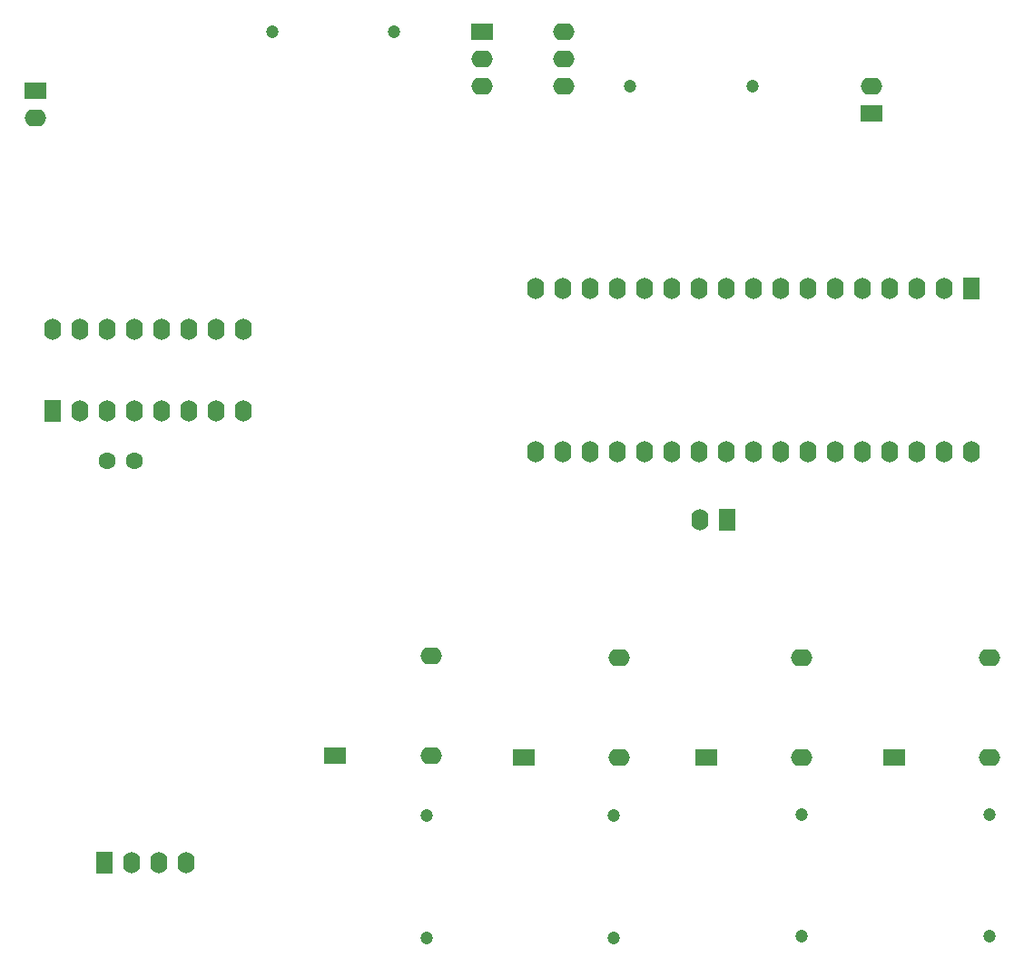
<source format=gbr>
%TF.GenerationSoftware,Altium Limited,Altium Designer,21.8.1 (53)*%
G04 Layer_Color=255*
%FSLAX26Y26*%
%MOIN*%
%TF.SameCoordinates,5B9076D9-9D05-4804-A52A-FD960459403A*%
%TF.FilePolarity,Positive*%
%TF.FileFunction,Pads,Top*%
%TF.Part,Single*%
G01*
G75*
%TA.AperFunction,ComponentPad*%
%ADD12O,0.078740X0.062992*%
%ADD13R,0.078740X0.062992*%
%ADD14R,0.062992X0.078740*%
%ADD15O,0.062992X0.078740*%
%ADD16C,0.047244*%
%ADD17C,0.062992*%
D12*
X3070866Y838583D02*
D03*
Y1204724D02*
D03*
X3759843D02*
D03*
Y838583D02*
D03*
X2401575Y1204724D02*
D03*
Y838583D02*
D03*
X1708661Y1212599D02*
D03*
Y846457D02*
D03*
X255905Y3188976D02*
D03*
X1897244Y3405512D02*
D03*
Y3305512D02*
D03*
X2197244Y3505512D02*
D03*
Y3405512D02*
D03*
Y3305512D02*
D03*
X3326772Y3307087D02*
D03*
D13*
X2720472Y838583D02*
D03*
X3409449D02*
D03*
X2051181D02*
D03*
X1358268Y846457D02*
D03*
X255905Y3288976D02*
D03*
X1897244Y3505512D02*
D03*
X3326772Y3207087D02*
D03*
D14*
X2796850Y1712598D02*
D03*
X508661Y452756D02*
D03*
X319291Y2113780D02*
D03*
X3693701Y2563780D02*
D03*
D15*
X2696850Y1712598D02*
D03*
X808661Y452756D02*
D03*
X708661D02*
D03*
X608661D02*
D03*
X1019291Y2413780D02*
D03*
X919291D02*
D03*
X819291D02*
D03*
X719291D02*
D03*
X619291D02*
D03*
X519291D02*
D03*
X419291D02*
D03*
X319291D02*
D03*
X1019291Y2113780D02*
D03*
X919291D02*
D03*
X819291D02*
D03*
X719291D02*
D03*
X619291D02*
D03*
X519291D02*
D03*
X419291D02*
D03*
X2093701Y1963780D02*
D03*
X2193701D02*
D03*
X2293701D02*
D03*
X2393701D02*
D03*
X2493701D02*
D03*
X2593701D02*
D03*
X2693701D02*
D03*
X2793701D02*
D03*
X2893701D02*
D03*
X2993701D02*
D03*
X3093701D02*
D03*
X3193701D02*
D03*
X3293701D02*
D03*
X3393701D02*
D03*
X3493701D02*
D03*
X3593701D02*
D03*
X3693701D02*
D03*
X2093701Y2563780D02*
D03*
X2193701D02*
D03*
X2293701D02*
D03*
X2393701D02*
D03*
X2493701D02*
D03*
X2593701D02*
D03*
X2693701D02*
D03*
X2793701D02*
D03*
X2893701D02*
D03*
X2993701D02*
D03*
X3093701D02*
D03*
X3193701D02*
D03*
X3293701D02*
D03*
X3393701D02*
D03*
X3493701D02*
D03*
X3593701D02*
D03*
D16*
X3759843Y181102D02*
D03*
Y629921D02*
D03*
X3070866Y181102D02*
D03*
Y629921D02*
D03*
X2381890Y177165D02*
D03*
Y625984D02*
D03*
X1692914Y177165D02*
D03*
Y625984D02*
D03*
X1574803Y3503937D02*
D03*
X1125984D02*
D03*
X2889764Y3307087D02*
D03*
X2440945D02*
D03*
D17*
X520866Y1929134D02*
D03*
X620866D02*
D03*
%TF.MD5,2da2edd9fdeeba71312ee0b0e69c00b3*%
M02*

</source>
